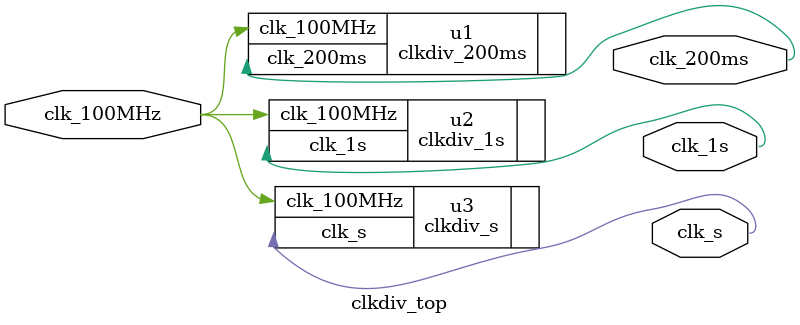
<source format=v>
`timescale 1ns / 1ps


module clkdiv_top(
     input clk_100MHz,
     output clk_200ms,
     output clk_1s,
     output clk_s

    );
    clkdiv_200ms u1(.clk_100MHz(clk_100MHz),.clk_200ms(clk_200ms));
    clkdiv_1s    u2(.clk_100MHz(clk_100MHz),.clk_1s(clk_1s));
    clkdiv_s     u3(.clk_100MHz(clk_100MHz),.clk_s(clk_s));
endmodule

</source>
